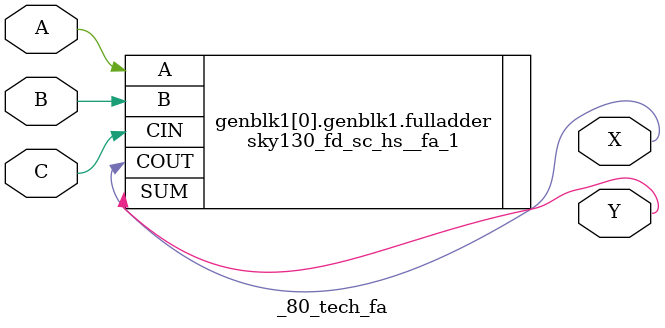
<source format=v>

(* techmap_celltype = "$fa" *)
module _80_tech_fa (A, B, C, X, Y);
  parameter WIDTH = 1;
  (* force_downto *)
    input [WIDTH-1 : 0] A, B, C;
  (* force_downto *)
    output [WIDTH-1 : 0] X, Y;
  
  parameter _TECHMAP_CONSTVAL_A_ = WIDTH'bx;
  parameter _TECHMAP_CONSTVAL_B_ = WIDTH'bx;
  parameter _TECHMAP_CONSTVAL_C_ = WIDTH'bx;
  
  genvar i;
  generate for (i = 0; i < WIDTH; i = i + 1) begin
      if (_TECHMAP_CONSTVAL_A_[i] === 1'b0 || _TECHMAP_CONSTVAL_B_[i] === 1'b0 || _TECHMAP_CONSTVAL_C_[i] === 1'b0) begin
        if (_TECHMAP_CONSTVAL_C_[i] === 1'b0) begin
          sky130_fd_sc_hs__ha_1 halfadder_Cconst (
              .A(A[i]),
              .B(B[i]),
              .COUT(X[i]), .SUM(Y[i])
            );
        end 
        else begin
          if (_TECHMAP_CONSTVAL_B_[i] === 1'b0) begin
            sky130_fd_sc_hs__ha_1 halfadder_Bconst (
                .A(A[i]),
                .B(C[i]),
                .COUT(X[i]), .SUM(Y[i])
              );
          end
          else begin
            sky130_fd_sc_hs__ha_1 halfadder_Aconst (
                .A(B[i]),
                .B(C[i]),
                .COUT(X[i]), .SUM(Y[i])
              );
          end
        end
      end
      else begin
        sky130_fd_sc_hs__fa_1 fulladder (
            .A(A[i]), .B(B[i]), .CIN(C[i]), .COUT(X[i]), .SUM(Y[i])
          );
      end
    end endgenerate

endmodule

</source>
